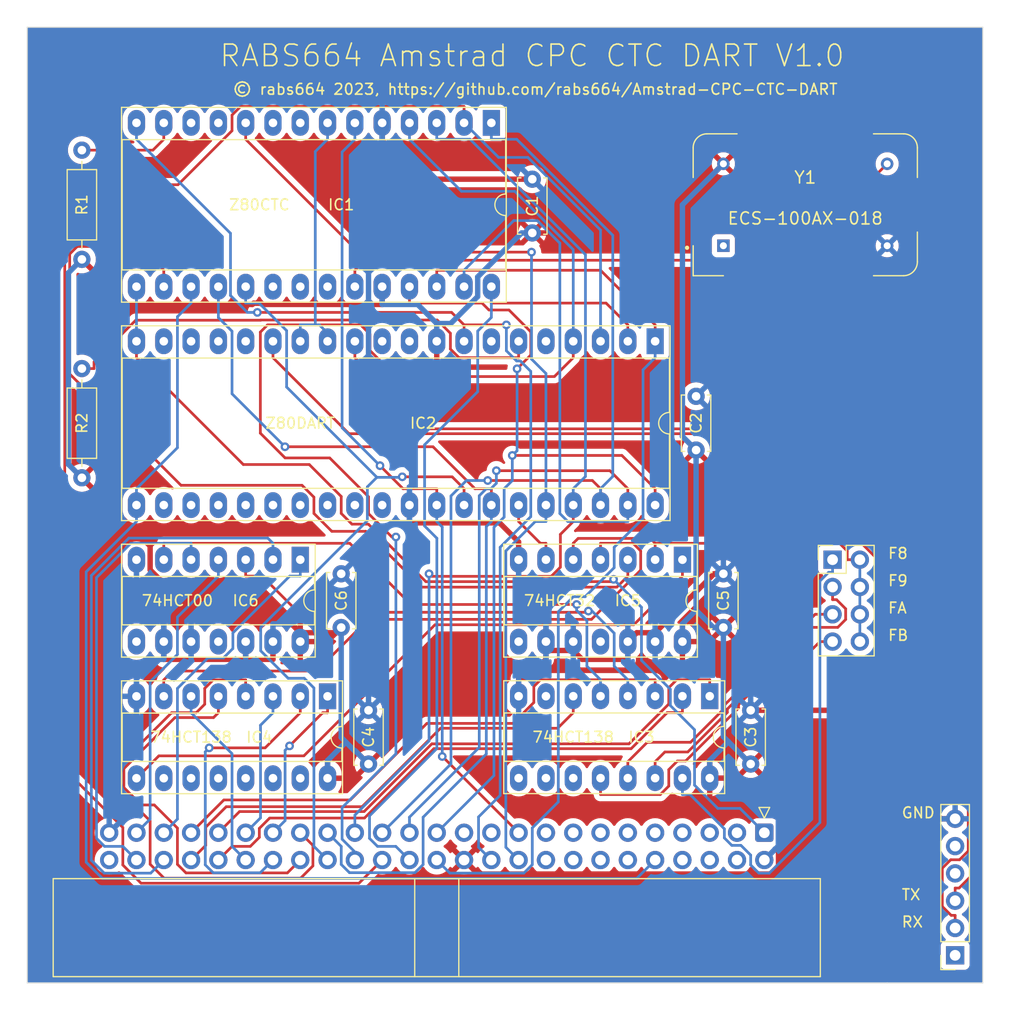
<source format=kicad_pcb>
(kicad_pcb (version 20221018) (generator pcbnew)
  (layers (0 "F.Cu" signal) (31 "B.Cu" signal) (34 "B.Paste" user) (35 "F.Paste" user) (36 "B.SilkS" user "B.Silkscreen") (37 "F.SilkS" user "F.Silkscreen") (38 "B.Mask" user) (39 "F.Mask" user) (44 "Edge.Cuts" user))
  (net 0 "")
  (net 1 "/D4")
  (net 2 "/D5")
  (net 3 "/BAUD_CLK")
  (net 5 "/D6")
  (net 6 "/D7")
  (net 7 "Net-(IC1-IEI)")
  (net 8 "/~{M1}")
  (net 10 "/CLK")
  (net 13 "/CTC_CLK")
  (net 14 "Net-(IC2-IEI)")
  (net 15 "/TX")
  (net 16 "/RX")
  (net 24 "Net-(IC3-E1)")
  (net 25 "/D0")
  (net 26 "/D1")
  (net 27 "/D2")
  (net 28 "/D3")
  (net 30 "Net-(IC3-E2)")
  (net 49 "/~{DART_CE}")
  (net 50 "GND")
  (net 58 "/~{RESET}")
  (net 66 "/~{RD}")
  (net 67 "/~{IORQ}")
  (net 70 "+5V")
  (net 71 "/A0")
  (net 72 "/A1")
  (net 73 "/A2")
  (net 74 "/A3")
  (net 75 "/A4")
  (net 76 "/A5")
  (net 77 "/A6")
  (net 78 "/A7")
  (net 79 "/A8")
  (net 80 "/A9")
  (net 81 "/A10")
  (net 82 "/A11")
  (net 83 "/A12")
  (net 84 "/A13")
  (net 85 "/A14")
  (net 86 "/A15")
  (net 88 "/E0")
  (net 89 "/F0")
  (net 90 "/F8")
  (net 91 "Net-(J3-Pin_2)")
  (net 92 "/F9")
  (net 93 "/FA")
  (net 94 "/FB")
  (net 107 "/~{CTC_CE}")
  (footprint "Capacitor_THT:C_Disc_D5.0mm_W2.5mm_P5.00mm" (layer "F.Cu") (at 114.3 110.45 90)
    (fp_text reference "C6")
    (fp_text value "100nF")
  )
  (footprint "Package_DIP:DIP-16_W7.62mm_Socket_LongPads" (layer "F.Cu") (at 113.03 116.85 -90)
    (fp_text reference "IC4")
    (fp_text value "74HCT138")
  )
  (footprint "Package_DIP:DIP-14_W7.62mm_Socket_LongPads" (layer "F.Cu") (at 146.05 104.14 -90)
    (fp_text reference "IC5")
    (fp_text value "74HCT32")
  )
  (footprint "Connector_PinSocket_2.54mm:PinSocket_1x06_P2.54mm_Vertical" (layer "F.Cu") (at 171.425 140.945 180)
    (fp_text reference "J2" hide)
    (fp_text value "Conn_01x06_Socket" hide)
  )
  (footprint "Capacitor_THT:C_Disc_D5.0mm_W2.5mm_P5.00mm" (layer "F.Cu") (at 147.32 93.94 90)
    (fp_text reference "C2")
    (fp_text value "100nF")
  )
  (footprint "Connector_PinHeader_2.54mm:PinHeader_2x04_P2.54mm_Vertical" (layer "F.Cu") (at 160.02 104.14)
    (fp_text reference "J3" hide)
    (fp_text value "Conn_02x04_Odd_Even" hide)
  )
  (footprint "Package_DIP:DIP-14_W7.62mm_Socket_LongPads" (layer "F.Cu") (at 110.49 104.14 -90)
    (fp_text reference "IC6")
    (fp_text value "74HCT00")
  )
  (footprint "Resistor_THT:R_Axial_DIN0207_L6.3mm_D2.5mm_P10.16mm_Horizontal" (layer "F.Cu") (at 90.17 96.52 90)
    (fp_text reference "R2")
    (fp_text value "10K")
  )
  (footprint "Package_DIP:DIP-28_W15.24mm_Socket_LongPads" (layer "F.Cu") (at 128.27 63.5 -90)
    (fp_text reference "IC1")
    (fp_text value "Z80CTC")
  )
  (footprint "Package_DIP:DIP-16_W7.62mm_Socket_LongPads" (layer "F.Cu") (at 148.59 116.84 -90)
    (fp_text reference "IC3")
    (fp_text value "74HCT138")
  )
  (footprint "Capacitor_THT:C_Disc_D5.0mm_W2.5mm_P5.00mm" (layer "F.Cu") (at 152.4 123.15 90)
    (fp_text reference "C3")
    (fp_text value "100nF")
  )
  (footprint "Resistor_THT:R_Axial_DIN0207_L6.3mm_D2.5mm_P10.16mm_Horizontal" (layer "F.Cu") (at 90.17 76.2 90)
    (fp_text reference "R1")
    (fp_text value "10K")
  )
  (footprint "Capacitor_THT:C_Disc_D5.0mm_W2.5mm_P5.00mm" (layer "F.Cu") (at 149.86 110.45 90)
    (fp_text reference "C5")
    (fp_text value "100nF")
  )
  (footprint "Package_DIP:DIP-40_W15.24mm_Socket_LongPads" (layer "F.Cu") (at 143.51 83.82 -90)
    (fp_text reference "IC2")
    (fp_text value "Z80DART")
  )
  (footprint "Connector_IDC:IDC-Header_2x25_P2.54mm_Horizontal" (layer "F.Cu") (at 153.67 129.54 -90)
    (fp_text reference "J1" hide)
    (fp_text value "Conn_02x25_Odd_Even" hide)
  )
  (footprint "Capacitor_THT:C_Disc_D5.0mm_W2.5mm_P5.00mm" (layer "F.Cu") (at 116.84 123.15 90)
    (fp_text reference "C4")
    (fp_text value "100nF")
  )
  (footprint "MyLibrary:OSC_ECS-100AX-018" (layer "F.Cu") (at 157.48 71.12)
    (fp_text reference "Y1")
    (fp_text value "ECS-100AX-018")
  )
  (footprint "Capacitor_THT:C_Disc_D5.0mm_W2.5mm_P5.00mm" (layer "F.Cu") (at 132.08 73.74 90)
    (fp_text reference "C1")
    (fp_text value "100nF")
  )
  (gr_line (start 85.09 54.61) (end 173.99 54.61) (stroke (width 0.1)) (layer "Edge.Cuts"))
  (gr_line (start 85.09 54.61) (end 85.09 143.51) (stroke (width 0.1)) (layer "Edge.Cuts"))
  (gr_line (start 85.09 143.51) (end 165.1 143.51) (stroke (width 0.1)) (layer "Edge.Cuts"))
  (gr_line (start 173.99 143.51) (end 173.99 54.61) (stroke (width 0.1)) (layer "Edge.Cuts"))
  (gr_line (start 165.1 143.51) (end 173.99 143.51) (stroke (width 0.1)) (layer "Edge.Cuts"))
  (gr_text "FB" (at 165.1 111.76) (layer "F.SilkS") (effects (font (size 1 1)) (justify left bottom)))
  (gr_text "RX" (at 166.37 138.43) (layer "F.SilkS") (effects (font (size 1 1)) (justify left bottom)))
  (gr_text "TX" (at 166.37 135.89) (layer "F.SilkS") (effects (font (size 1 1)) (justify left bottom)))
  (gr_text "© rabs664 2023, https://github.com/rabs664/Amstrad-CPC-CTC-DART" (at 104.14 60.96) (layer "F.SilkS") (effects (font (size 1 1)) (justify left bottom)))
  (gr_text "RABS664 Amstrad CPC CTC DART V1.0" (at 102.87 58.42) (layer "F.SilkS") (effects (font (size 2 2)) (justify left bottom)))
  (gr_text "FA" (at 165.1 109.22) (layer "F.SilkS") (effects (font (size 1 1)) (justify left bottom)))
  (gr_text "F8" (at 165.1 104.14) (layer "F.SilkS") (effects (font (size 1 1)) (justify left bottom)))
  (gr_text "GND" (at 166.37 128.27) (layer "F.SilkS") (effects (font (size 1 1)) (justify left bottom)))
  (gr_text "F9" (at 165.1 106.68) (layer "F.SilkS") (effects (font (size 1 1)) (justify left bottom)))
  (segment (start 138.43 99.06) (end 138.43 97.5331) (width 0.25) (layer "F.Cu") (net 1))
  (segment (start 138.43 97.5331) (end 137.6679 96.771) (width 0.25) (layer "F.Cu") (net 1))
  (segment (start 137.6679 96.771) (end 127.9334 96.771) (width 0.25) (layer "F.Cu") (net 1))
  (via (at 127.9334 96.771) (size 0.8) (drill 0.4) (layers "F.Cu" "B.Cu") (net 1))
  (segment (start 138.43 99.06) (end 138.43 97.5331) (width 0.25) (layer "B.Cu") (net 1))
  (segment (start 138.43 97.5331) (end 139.5694 96.3937) (width 0.25) (layer "B.Cu") (net 1))
  (segment (start 128.27 63.5) (end 128.27 65.0269) (width 0.25) (layer "B.Cu") (net 1))
  (segment (start 124.5131 123.1369) (end 124.5131 98.2084) (width 0.25) (layer "B.Cu") (net 1))
  (segment (start 127.9334 96.7711) (end 127.9334 96.771) (width 0.25) (layer "B.Cu") (net 1))
  (segment (start 124.5131 98.2084) (end 125.9504 96.7711) (width 0.25) (layer "B.Cu") (net 1))
  (segment (start 139.5694 96.3937) (end 139.5694 73.9656) (width 0.25) (layer "B.Cu") (net 1))
  (segment (start 130.6307 65.0269) (end 128.27 65.0269) (width 0.25) (layer "B.Cu") (net 1))
  (segment (start 125.9504 96.7711) (end 127.9334 96.7711) (width 0.25) (layer "B.Cu") (net 1))
  (segment (start 118.11 129.54) (end 124.5131 123.1369) (width 0.25) (layer "B.Cu") (net 1))
  (segment (start 139.5694 73.9656) (end 130.6307 65.0269) (width 0.25) (layer "B.Cu") (net 1))
  (segment (start 104.9429 61.9731) (end 104.14 62.776) (width 0.25) (layer "F.Cu") (net 2))
  (segment (start 88.5754 75.4809) (end 88.5754 123.6457) (width 0.25) (layer "F.Cu") (net 2))
  (segment (start 115.9523 134.2377) (end 118.11 132.08) (width 0.25) (layer "F.Cu") (net 2))
  (segment (start 88.5754 123.6457) (end 93.98 129.0503) (width 0.25) (layer "F.Cu") (net 2))
  (segment (start 125.73 63.5) (end 125.73 61.9731) (width 0.25) (layer "F.Cu") (net 2))
  (segment (start 93.98 132.5433) (end 95.6744 134.2377) (width 0.25) (layer "F.Cu") (net 2))
  (segment (start 104.14 62.776) (end 104.14 64.2289) (width 0.25) (layer "F.Cu") (net 2))
  (segment (start 125.73 61.9731) (end 104.9429 61.9731) (width 0.25) (layer "F.Cu") (net 2))
  (segment (start 104.14 64.2289) (end 99.1133 69.2556) (width 0.25) (layer "F.Cu") (net 2))
  (segment (start 99.1133 69.2556) (end 94.8007 69.2556) (width 0.25) (layer "F.Cu") (net 2))
  (segment (start 93.98 129.0503) (end 93.98 132.5433) (width 0.25) (layer "F.Cu") (net 2))
  (segment (start 94.8007 69.2556) (end 88.5754 75.4809) (width 0.25) (layer "F.Cu") (net 2))
  (segment (start 95.6744 134.2377) (end 115.9523 134.2377) (width 0.25) (layer "F.Cu") (net 2))
  (segment (start 125.73 63.5) (end 128.943 66.713) (width 0.25) (layer "B.Cu") (net 2))
  (segment (start 138.43 73.474) (end 138.43 82.2931) (width 0.25) (layer "B.Cu") (net 2))
  (segment (start 138.43 83.82) (end 138.43 82.2931) (width 0.25) (layer "B.Cu") (net 2))
  (segment (start 128.943 66.713) (end 131.669 66.713) (width 0.25) (layer "B.Cu") (net 2))
  (segment (start 131.669 66.713) (end 138.43 73.474) (width 0.25) (layer "B.Cu") (net 2))
  (segment (start 111.8866 82.2931) (end 110.49 82.2931) (width 0.25) (layer "B.Cu") (net 3))
  (segment (start 113.03 83.82) (end 113.03 83.0565) (width 0.25) (layer "B.Cu") (net 3))
  (segment (start 112.2666 82.2931) (end 111.8866 82.2931) (width 0.25) (layer "B.Cu") (net 3))
  (segment (start 110.49 83.82) (end 110.49 82.2931) (width 0.25) (layer "B.Cu") (net 3))
  (segment (start 111.8866 66.1703) (end 111.8866 82.2931) (width 0.25) (layer "B.Cu") (net 3))
  (segment (start 113.03 83.0565) (end 112.2666 82.2931) (width 0.25) (layer "B.Cu") (net 3))
  (segment (start 113.03 63.5) (end 113.03 65.0269) (width 0.25) (layer "B.Cu") (net 3))
  (segment (start 113.03 65.0269) (end 111.8866 66.1703) (width 0.25) (layer "B.Cu") (net 3))
  (segment (start 134.6939 104.8339) (end 133.8398 105.688) (width 0.25) (layer "F.Cu") (net 5))
  (segment (start 135.89 100.5869) (end 134.6939 101.783) (width 0.25) (layer "F.Cu") (net 5))
  (segment (start 133.8398 105.688) (end 122.7093 105.688) (width 0.25) (layer "F.Cu") (net 5))
  (segment (start 122.7093 105.688) (end 122.4723 105.451) (width 0.25) (layer "F.Cu") (net 5))
  (segment (start 134.6939 101.783) (end 134.6939 104.8339) (width 0.25) (layer "F.Cu") (net 5))
  (segment (start 135.89 99.06) (end 135.89 100.5869) (width 0.25) (layer "F.Cu") (net 5))
  (via (at 122.4723 105.451) (size 0.8) (drill 0.4) (layers "F.Cu" "B.Cu") (net 5))
  (segment (start 135.89 99.06) (end 135.89 97.5331) (width 0.25) (layer "B.Cu") (net 5))
  (segment (start 123.19 63.5) (end 123.19 65.0269) (width 0.25) (layer "B.Cu") (net 5))
  (segment (start 137.0254 96.3977) (end 137.0254 75.7605) (width 0.25) (layer "B.Cu") (net 5))
  (segment (start 126.2918 65.0269) (end 123.19 65.0269) (width 0.25) (layer "B.Cu") (net 5))
  (segment (start 115.57 129.54) (end 115.57 127.8994) (width 0.25) (layer "B.Cu") (net 5))
  (segment (start 115.57 127.8994) (end 122.4723 120.9971) (width 0.25) (layer "B.Cu") (net 5))
  (segment (start 122.4723 120.9971) (end 122.4723 105.451) (width 0.25) (layer "B.Cu") (net 5))
  (segment (start 135.89 97.5331) (end 137.0254 96.3977) (width 0.25) (layer "B.Cu") (net 5))
  (segment (start 137.0254 75.7605) (end 126.2918 65.0269) (width 0.25) (layer "B.Cu") (net 5))
  (segment (start 116.84 99.854) (end 119.0098 102.0238) (width 0.25) (layer "F.Cu") (net 6))
  (segment (start 116.9831 84.6868) (end 116.9831 83.1697) (width 0.25) (layer "F.Cu") (net 6))
  (segment (start 119.0098 102.0238) (end 119.3886 102.0238) (width 0.25) (layer "F.Cu") (net 6))
  (segment (start 135.89 83.82) (end 135.89 85.3469) (width 0.25) (layer "F.Cu") (net 6))
  (segment (start 106.776 92.3685) (end 109.0813 94.6738) (width 0.25) (layer "F.Cu") (net 6))
  (segment (start 113.2271 94.6738) (end 116.84 98.2867) (width 0.25) (layer "F.Cu") (net 6))
  (segment (start 116.9831 83.1697) (end 116.1065 82.2931) (width 0.25) (layer "F.Cu") (net 6))
  (segment (start 135.89 85.3469) (end 134.1348 87.1021) (width 0.25) (layer "F.Cu") (net 6))
  (segment (start 109.0813 94.6738) (end 113.2271 94.6738) (width 0.25) (layer "F.Cu") (net 6))
  (segment (start 106.776 82.9649) (end 106.776 92.3685) (width 0.25) (layer "F.Cu") (net 6))
  (segment (start 116.1065 82.2931) (end 107.4478 82.2931) (width 0.25) (layer "F.Cu") (net 6))
  (segment (start 107.4478 82.2931) (end 106.776 82.9649) (width 0.25) (layer "F.Cu") (net 6))
  (segment (start 119.3984 87.1021) (end 116.9831 84.6868) (width 0.25) (layer "F.Cu") (net 6))
  (segment (start 134.1348 87.1021) (end 119.3984 87.1021) (width 0.25) (layer "F.Cu") (net 6))
  (segment (start 116.84 98.2867) (end 116.84 99.854) (width 0.25) (layer "F.Cu") (net 6))
  (via (at 119.3886 102.0238) (size 0.8) (drill 0.4) (layers "F.Cu" "B.Cu") (net 6))
  (segment (start 114.3794 127.2043) (end 119.3886 122.1951) (width 0.25) (layer "B.Cu") (net 6))
  (segment (start 135.89 75.3014) (end 130.454 69.8654) (width 0.25) (layer "B.Cu") (net 6))
  (segment (start 135.89 83.82) (end 135.89 75.3014) (width 0.25) (layer "B.Cu") (net 6))
  (segment (start 119.3886 122.1951) (end 119.3886 102.0238) (width 0.25) (layer "B.Cu") (net 6))
  (segment (start 115.57 132.08) (end 115.57 131.3304) (width 0.25) (layer "B.Cu") (net 6))
  (segment (start 114.3794 130.1398) (end 114.3794 127.2043) (width 0.25) (layer "B.Cu") (net 6))
  (segment (start 115.57 131.3304) (end 114.3794 130.1398) (width 0.25) (layer "B.Cu") (net 6))
  (segment (start 125.4885 69.8654) (end 120.65 65.0269) (width 0.25) (layer "B.Cu") (net 6))
  (segment (start 120.65 63.5) (end 120.65 65.0269) (width 0.25) (layer "B.Cu") (net 6))
  (segment (start 130.454 69.8654) (end 125.4885 69.8654) (width 0.25) (layer "B.Cu") (net 6))
  (segment (start 96.7769 66.04) (end 97.79 65.0269) (width 0.25) (layer "F.Cu") (net 7))
  (segment (start 90.17 66.04) (end 96.7769 66.04) (width 0.25) (layer "F.Cu") (net 7))
  (segment (start 97.79 63.5) (end 97.79 65.0269) (width 0.25) (layer "F.Cu") (net 7))
  (segment (start 125.73 82.4065) (end 125.73 82.2946) (width 0.25) (layer "F.Cu") (net 8))
  (segment (start 125.73 82.2931) (end 129.6679 82.2931) (width 0.25) (layer "F.Cu") (net 8))
  (segment (start 106.4963 81.1339) (end 124.5708 81.1339) (width 0.25) (layer "F.Cu") (net 8))
  (segment (start 124.5708 81.1339) (end 125.73 82.2931) (width 0.25) (layer "F.Cu") (net 8))
  (segment (start 125.73 83.82) (end 125.73 82.4065) (width 0.25) (layer "F.Cu") (net 8))
  (segment (start 125.73 82.2946) (end 125.73 82.2931) (width 0.25) (layer "F.Cu") (net 8))
  (via (at 106.4963 81.1339) (size 0.8) (drill 0.4) (layers "F.Cu" "B.Cu") (net 8))
  (via (at 129.6679 82.2931) (size 0.8) (drill 0.4) (layers "F.Cu" "B.Cu") (net 8))
  (segment (start 129.6679 84.6998) (end 129.6679 82.2931) (width 0.25) (layer "B.Cu") (net 8))
  (segment (start 95.25 65.0269) (end 103.9969 73.7738) (width 0.25) (layer "B.Cu") (net 8))
  (segment (start 95.25 63.5) (end 95.25 65.0269) (width 0.25) (layer "B.Cu") (net 8))
  (segment (start 129.0925 126.0584) (end 129.0925 102.9794) (width 0.25) (layer "B.Cu") (net 8))
  (segment (start 103.9969 79.5598) (end 105.571 81.1339) (width 0.25) (layer "B.Cu") (net 8))
  (segment (start 127.0765 130.8865) (end 127.0765 128.0744) (width 0.25) (layer "B.Cu") (net 8))
  (segment (start 128.27 132.08) (end 127.0765 130.8865) (width 0.25) (layer "B.Cu") (net 8))
  (segment (start 130.6164 85.6483) (end 129.6679 84.6998) (width 0.25) (layer "B.Cu") (net 8))
  (segment (start 129.0925 102.9794) (end 131.9405 100.1314) (width 0.25) (layer "B.Cu") (net 8))
  (segment (start 130.9648 85.6483) (end 130.6164 85.6483) (width 0.25) (layer "B.Cu") (net 8))
  (segment (start 105.571 81.1339) (end 106.4963 81.1339) (width 0.25) (layer "B.Cu") (net 8))
  (segment (start 131.9405 100.1314) (end 131.9405 86.624) (width 0.25) (layer "B.Cu") (net 8))
  (segment (start 131.9405 86.624) (end 130.9648 85.6483) (width 0.25) (layer "B.Cu") (net 8))
  (segment (start 103.9969 73.7738) (end 103.9969 79.5598) (width 0.25) (layer "B.Cu") (net 8))
  (segment (start 127.0765 128.0744) (end 129.0925 126.0584) (width 0.25) (layer "B.Cu") (net 8))
  (segment (start 115.2962 100.832) (end 114.3 99.8358) (width 0.25) (layer "F.Cu") (net 10))
  (segment (start 95.25 83.82) (end 95.25 85.3469) (width 0.25) (layer "F.Cu") (net 10))
  (segment (start 114.3 99.8358) (end 114.3 98.2593) (width 0.25) (layer "F.Cu") (net 10))
  (segment (start 122.173 106.1799) (end 116.8251 100.832) (width 0.25) (layer "F.Cu") (net 10))
  (segment (start 105.1893 95.2862) (end 95.25 85.3469) (width 0.25) (layer "F.Cu") (net 10))
  (segment (start 116.8251 100.832) (end 115.2962 100.832) (width 0.25) (layer "F.Cu") (net 10))
  (segment (start 139.4274 106.1799) (end 122.173 106.1799) (width 0.25) (layer "F.Cu") (net 10))
  (segment (start 111.3269 95.2862) (end 105.1893 95.2862) (width 0.25) (layer "F.Cu") (net 10))
  (segment (start 114.3 98.2593) (end 111.3269 95.2862) (width 0.25) (layer "F.Cu") (net 10))
  (segment (start 139.6415 105.9658) (end 139.4274 106.1799) (width 0.25) (layer "F.Cu") (net 10))
  (via (at 139.6415 105.9658) (size 0.8) (drill 0.4) (layers "F.Cu" "B.Cu") (net 10))
  (segment (start 144.9231 116.1931) (end 142.24 113.51) (width 0.25) (layer "B.Cu") (net 10))
  (segment (start 144.9231 117.7068) (end 144.9231 116.1931) (width 0.25) (layer "B.Cu") (net 10))
  (segment (start 153.67 129.54) (end 151.4061 127.2761) (width 0.25) (layer "B.Cu") (net 10))
  (segment (start 147.1769 125.1123) (end 147.1769 119.9606) (width 0.25) (layer "B.Cu") (net 10))
  (segment (start 147.1769 119.9606) (end 144.9231 117.7068) (width 0.25) (layer "B.Cu") (net 10))
  (segment (start 142.24 108.5643) (end 139.6415 105.9658) (width 0.25) (layer "B.Cu") (net 10))
  (segment (start 95.25 78.74) (end 95.25 83.82) (width 0.25) (layer "B.Cu") (net 10))
  (segment (start 149.3407 127.2761) (end 147.1769 125.1123) (width 0.25) (layer "B.Cu") (net 10))
  (segment (start 151.4061 127.2761) (end 149.3407 127.2761) (width 0.25) (layer "B.Cu") (net 10))
  (segment (start 142.24 113.51) (end 142.24 108.5643) (width 0.25) (layer "B.Cu") (net 10))
  (segment (start 156.1299 76.2801) (end 116.503 76.2801) (width 0.25) (layer "F.Cu") (net 13))
  (segment (start 115.57 78.74) (end 115.57 77.2131) (width 0.25) (layer "F.Cu") (net 13))
  (segment (start 116.503 76.2801) (end 115.57 77.2131) (width 0.25) (layer "F.Cu") (net 13))
  (segment (start 165.1 67.31) (end 156.1299 76.2801) (width 0.25) (layer "F.Cu") (net 13))
  (segment (start 91.2969 85.7437) (end 95.1798 81.8608) (width 0.25) (layer "F.Cu") (net 14))
  (segment (start 125.2632 85.3469) (end 130.81 85.3469) (width 0.25) (layer "F.Cu") (net 14))
  (segment (start 95.1798 81.8608) (end 106.7974 81.8608) (width 0.25) (layer "F.Cu") (net 14))
  (segment (start 106.817 81.8412) (end 123.2279 81.8412) (width 0.25) (layer "F.Cu") (net 14))
  (segment (start 124.46 83.0733) (end 124.46 84.5437) (width 0.25) (layer "F.Cu") (net 14))
  (segment (start 91.2969 86.36) (end 91.2969 85.7437) (width 0.25) (layer "F.Cu") (net 14))
  (segment (start 90.17 86.36) (end 91.2969 86.36) (width 0.25) (layer "F.Cu") (net 14))
  (segment (start 123.2279 81.8412) (end 124.46 83.0733) (width 0.25) (layer "F.Cu") (net 14))
  (segment (start 106.7974 81.8608) (end 106.817 81.8412) (width 0.25) (layer "F.Cu") (net 14))
  (segment (start 124.46 84.5437) (end 125.2632 85.3469) (width 0.25) (layer "F.Cu") (net 14))
  (segment (start 130.81 83.82) (end 130.81 85.3469) (width 0.25) (layer "F.Cu") (net 14))
  (segment (start 171.7928 134.6881) (end 173.1395 133.3414) (width 0.25) (layer "F.Cu") (net 15))
  (segment (start 115.57 83.82) (end 115.57 85.3469) (width 0.25) (layer "F.Cu") (net 15))
  (segment (start 173.1395 112.3965) (end 152.7093 91.9663) (width 0.25) (layer "F.Cu") (net 15))
  (segment (start 171.425 134.6881) (end 171.7928 134.6881) (width 0.25) (layer "F.Cu") (net 15))
  (segment (start 173.1395 133.3414) (end 173.1395 112.3965) (width 0.25) (layer "F.Cu") (net 15))
  (segment (start 171.425 135.865) (end 171.425 134.6881) (width 0.25) (layer "F.Cu") (net 15))
  (segment (start 152.7093 91.9663) (end 122.1894 91.9663) (width 0.25) (layer "F.Cu") (net 15))
  (segment (start 122.1894 91.9663) (end 115.57 85.3469) (width 0.25) (layer "F.Cu") (net 15))
  (segment (start 170.231 136.4019) (end 171.0572 137.2281) (width 0.25) (layer "F.Cu") (net 16))
  (segment (start 107.95 83.82) (end 107.95 85.3469) (width 0.25) (layer "F.Cu") (net 16))
  (segment (start 172.6468 131.2426) (end 171.8344 132.055) (width 0.25) (layer "F.Cu") (net 16))
  (segment (start 172.6468 112.5429) (end 172.6468 131.2426) (width 0.25) (layer "F.Cu") (net 16))
  (segment (start 107.95 85.3469) (end 115.0213 92.4182) (width 0.25) (layer "F.Cu") (net 16))
  (segment (start 171.8344 132.055) (end 171.016 132.055) (width 0.25) (layer "F.Cu") (net 16))
  (segment (start 152.5221 92.4182) (end 172.6468 112.5429) (width 0.25) (layer "F.Cu") (net 16))
  (segment (start 170.231 132.84) (end 170.231 136.4019) (width 0.25) (layer "F.Cu") (net 16))
  (segment (start 115.0213 92.4182) (end 152.5221 92.4182) (width 0.25) (layer "F.Cu") (net 16))
  (segment (start 171.425 138.405) (end 171.425 137.2281) (width 0.25) (layer "F.Cu") (net 16))
  (segment (start 171.016 132.055) (end 170.231 132.84) (width 0.25) (layer "F.Cu") (net 16))
  (segment (start 171.0572 137.2281) (end 171.425 137.2281) (width 0.25) (layer "F.Cu") (net 16))
  (segment (start 105.41 105.6669) (end 106.9369 105.6669) (width 0.25) (layer "F.Cu") (net 24))
  (segment (start 105.41 104.14) (end 105.41 105.6669) (width 0.25) (layer "F.Cu") (net 24))
  (segment (start 137.1865 109.0338) (end 137.3017 108.9186) (width 0.25) (layer "F.Cu") (net 24))
  (segment (start 110.3038 109.0338) (end 137.1865 109.0338) (width 0.25) (layer "F.Cu") (net 24))
  (segment (start 106.9369 105.6669) (end 110.3038 109.0338) (width 0.25) (layer "F.Cu") (net 24))
  (via (at 137.3017 108.9186) (size 0.8) (drill 0.4) (layers "F.Cu" "B.Cu") (net 24))
  (segment (start 139.7 110.9764) (end 137.6422 108.9186) (width 0.25) (layer "B.Cu") (net 24))
  (segment (start 140.97 115.3131) (end 139.7 114.0431) (width 0.25) (layer "B.Cu") (net 24))
  (segment (start 139.7 114.0431) (end 139.7 110.9764) (width 0.25) (layer "B.Cu") (net 24))
  (segment (start 137.6422 108.9186) (end 137.3017 108.9186) (width 0.25) (layer "B.Cu") (net 24))
  (segment (start 140.97 116.84) (end 140.97 115.3131) (width 0.25) (layer "B.Cu") (net 24))
  (segment (start 120.65 78.74) (end 120.65 80.2669) (width 0.25) (layer "F.Cu") (net 25))
  (segment (start 131.9418 82.9409) (end 131.9418 85.0971) (width 0.25) (layer "F.Cu") (net 25))
  (segment (start 129.9097 80.9088) (end 131.9418 82.9409) (width 0.25) (layer "F.Cu") (net 25))
  (segment (start 127.403 80.2669) (end 128.0449 80.9088) (width 0.25) (layer "F.Cu") (net 25))
  (segment (start 130.2195 94.4414) (end 140.4183 94.4414) (width 0.25) (layer "F.Cu") (net 25))
  (segment (start 128.0449 80.9088) (end 129.9097 80.9088) (width 0.25) (layer "F.Cu") (net 25))
  (segment (start 143.51 99.06) (end 143.51 97.5331) (width 0.25) (layer "F.Cu") (net 25))
  (segment (start 120.65 80.2669) (end 127.403 80.2669) (width 0.25) (layer "F.Cu") (net 25))
  (segment (start 140.4183 94.4414) (end 143.51 97.5331) (width 0.25) (layer "F.Cu") (net 25))
  (segment (start 131.9418 85.0971) (end 130.6637 86.3752) (width 0.25) (layer "F.Cu") (net 25))
  (via (at 130.6637 86.3752) (size 0.8) (drill 0.4) (layers "F.Cu" "B.Cu") (net 25))
  (via (at 130.2195 94.4414) (size 0.8) (drill 0.4) (layers "F.Cu" "B.Cu") (net 25))
  (segment (start 130.2195 96.7772) (end 130.2195 94.4414) (width 0.25) (layer "B.Cu") (net 25))
  (segment (start 128.5123 101.1242) (end 129.4621 100.1744) (width 0.25) (layer "B.Cu") (net 25))
  (segment (start 129.4621 100.1744) (end 129.4621 97.5346) (width 0.25) (layer "B.Cu") (net 25))
  (segment (start 128.5123 124.2177) (end 128.5123 101.1242) (width 0.25) (layer "B.Cu") (net 25))
  (segment (start 130.2195 94.4414) (end 130.6637 93.9972) (width 0.25) (layer "B.Cu") (net 25))
  (segment (start 130.6637 93.9972) (end 130.6637 86.3752) (width 0.25) (layer "B.Cu") (net 25))
  (segment (start 123.19 129.54) (end 128.5123 124.2177) (width 0.25) (layer "B.Cu") (net 25))
  (segment (start 129.4621 97.5346) (end 130.2195 96.7772) (width 0.25) (layer "B.Cu") (net 25))
  (segment (start 123.19 78.74) (end 123.19 77.2131) (width 0.25) (layer "F.Cu") (net 26))
  (segment (start 143.51 83.82) (end 143.51 82.2931) (width 0.25) (layer "F.Cu") (net 26))
  (segment (start 138.43 77.2131) (end 123.19 77.2131) (width 0.25) (layer "F.Cu") (net 26))
  (segment (start 143.51 82.2931) (end 138.43 77.2131) (width 0.25) (layer "F.Cu") (net 26))
  (segment (start 135.906 107.5799) (end 134.5005 108.9854) (width 0.25) (layer "B.Cu") (net 26))
  (segment (start 124.4052 133.2952) (end 123.19 132.08) (width 0.25) (layer "B.Cu") (net 26))
  (segment (start 139.7 102.9821) (end 139.7 104.8777) (width 0.25) (layer "B.Cu") (net 26))
  (segment (start 139.7 104.8777) (end 136.9978 107.5799) (width 0.25) (layer "B.Cu") (net 26))
  (segment (start 142.3831 100.299) (end 139.7 102.9821) (width 0.25) (layer "B.Cu") (net 26))
  (segment (start 132.08 129.0923) (end 132.08 132.5085) (width 0.25) (layer "B.Cu") (net 26))
  (segment (start 134.5005 126.6718) (end 132.08 129.0923) (width 0.25) (layer "B.Cu") (net 26))
  (segment (start 134.5005 108.9854) (end 134.5005 126.6718) (width 0.25) (layer "B.Cu") (net 26))
  (segment (start 132.08 132.5085) (end 131.2933 133.2952) (width 0.25) (layer "B.Cu") (net 26))
  (segment (start 142.3831 86.4738) (end 142.3831 100.299) (width 0.25) (layer "B.Cu") (net 26))
  (segment (start 143.51 83.82) (end 143.51 85.3469) (width 0.25) (layer "B.Cu") (net 26))
  (segment (start 143.51 85.3469) (end 142.3831 86.4738) (width 0.25) (layer "B.Cu") (net 26))
  (segment (start 136.9978 107.5799) (end 135.906 107.5799) (width 0.25) (layer "B.Cu") (net 26))
  (segment (start 131.2933 133.2952) (end 124.4052 133.2952) (width 0.25) (layer "B.Cu") (net 26))
  (segment (start 140.97 99.06) (end 140.97 97.5331) (width 0.25) (layer "F.Cu") (net 27))
  (segment (start 128.7367 95.859) (end 139.2959 95.859) (width 0.25) (layer "F.Cu") (net 27))
  (segment (start 139.2959 95.859) (end 140.97 97.5331) (width 0.25) (layer "F.Cu") (net 27))
  (via (at 128.7367 95.859) (size 0.8) (drill 0.4) (layers "F.Cu" "B.Cu") (net 27))
  (segment (start 128.2311 97.5331) (end 127.8032 97.5331) (width 0.25) (layer "B.Cu") (net 27))
  (segment (start 135.3865 100.5869) (end 140.97 100.5869) (width 0.25) (layer "B.Cu") (net 27))
  (segment (start 134.6456 74.6962) (end 134.6456 99.846) (width 0.25) (layer "B.Cu") (net 27))
  (segment (start 132.5423 72.5929) (end 134.6456 74.6962) (width 0.25) (layer "B.Cu") (net 27))
  (segment (start 120.65 128.092) (end 120.65 129.54) (width 0.25) (layer "B.Cu") (net 27))
  (segment (start 127.8032 97.5331) (end 127.1431 98.1932) (width 0.25) (layer "B.Cu") (net 27))
  (segment (start 140.97 99.06) (end 140.97 100.5869) (width 0.25) (layer "B.Cu") (net 27))
  (segment (start 127.1431 121.5989) (end 120.65 128.092) (width 0.25) (layer "B.Cu") (net 27))
  (segment (start 125.73 77.2131) (end 130.3502 72.5929) (width 0.25) (layer "B.Cu") (net 27))
  (segment (start 125.73 78.74) (end 125.73 77.2131) (width 0.25) (layer "B.Cu") (net 27))
  (segment (start 130.3502 72.5929) (end 132.5423 72.5929) (width 0.25) (layer "B.Cu") (net 27))
  (segment (start 128.7367 95.859) (end 128.7367 97.0275) (width 0.25) (layer "B.Cu") (net 27))
  (segment (start 127.1431 98.1932) (end 127.1431 121.5989) (width 0.25) (layer "B.Cu") (net 27))
  (segment (start 134.6456 99.846) (end 135.3865 100.5869) (width 0.25) (layer "B.Cu") (net 27))
  (segment (start 128.7367 97.0275) (end 128.2311 97.5331) (width 0.25) (layer "B.Cu") (net 27))
  (segment (start 128.27 78.74) (end 128.27 80.2669) (width 0.25) (layer "F.Cu") (net 28))
  (segment (start 138.9438 80.2669) (end 140.97 82.2931) (width 0.25) (layer "F.Cu") (net 28))
  (segment (start 140.97 83.82) (end 140.97 82.2931) (width 0.25) (layer "F.Cu") (net 28))
  (segment (start 128.27 80.2669) (end 138.9438 80.2669) (width 0.25) (layer "F.Cu") (net 28))
  (segment (start 122.0595 93.4483) (end 126.9999 88.5079) (width 0.25) (layer "B.Cu") (net 28))
  (segment (start 117.6791 130.81) (end 116.9329 130.0638) (width 0.25) (layer "B.Cu") (net 28))
  (segment (start 116.9329 127.9716) (end 123.1992 121.7053) (width 0.25) (layer "B.Cu") (net 28))
  (segment (start 120.65 132.08) (end 119.38 130.81) (width 0.25) (layer "B.Cu") (net 28))
  (segment (start 126.9999 82.8701) (end 128.27 81.6) (width 0.25) (layer "B.Cu") (net 28))
  (segment (start 122.0595 101.0043) (end 122.0595 93.4483) (width 0.25) (layer "B.Cu") (net 28))
  (segment (start 123.1992 102.144) (end 122.0595 101.0043) (width 0.25) (layer "B.Cu") (net 28))
  (segment (start 119.38 130.81) (end 117.6791 130.81) (width 0.25) (layer "B.Cu") (net 28))
  (segment (start 128.27 81.6) (end 128.27 78.74) (width 0.25) (layer "B.Cu") (net 28))
  (segment (start 116.9329 130.0638) (end 116.9329 127.9716) (width 0.25) (layer "B.Cu") (net 28))
  (segment (start 126.9999 88.5079) (end 126.9999 82.8701) (width 0.25) (layer "B.Cu") (net 28))
  (segment (start 123.1992 121.7053) (end 123.1992 102.144) (width 0.25) (layer "B.Cu") (net 28))
  (segment (start 97.79 104.14) (end 97.79 102.6131) (width 0.25) (layer "F.Cu") (net 30))
  (segment (start 120.7901 108.3068) (end 136.207 108.3068) (width 0.25) (layer "F.Cu") (net 30))
  (segment (start 97.79 102.6131) (end 115.0964 102.6131) (width 0.25) (layer "F.Cu") (net 30))
  (segment (start 115.0964 102.6131) (end 120.7901 108.3068) (width 0.25) (layer "F.Cu") (net 30))
  (via (at 136.207 108.3068) (size 0.8) (drill 0.4) (layers "F.Cu" "B.Cu") (net 30))
  (segment (start 136.207 108.8518) (end 137.16 109.8048) (width 0.25) (layer "B.Cu") (net 30))
  (segment (start 137.16 109.8048) (end 137.16 114.0431) (width 0.25) (layer "B.Cu") (net 30))
  (segment (start 137.16 114.0431) (end 138.43 115.3131) (width 0.25) (layer "B.Cu") (net 30))
  (segment (start 136.207 108.3068) (end 136.207 108.8518) (width 0.25) (layer "B.Cu") (net 30))
  (segment (start 138.43 116.84) (end 138.43 115.3131) (width 0.25) (layer "B.Cu") (net 30))
  (segment (start 133.35 102.6131) (end 132.8362 102.6131) (width 0.25) (layer "F.Cu") (net 49))
  (segment (start 130.81 99.06) (end 130.81 100.5869) (width 0.25) (layer "F.Cu") (net 49))
  (segment (start 133.35 104.14) (end 133.35 102.6131) (width 0.25) (layer "F.Cu") (net 49))
  (segment (start 132.8362 102.6131) (end 130.81 100.5869) (width 0.25) (layer "F.Cu") (net 49))
  (segment (start 133.35 112.5859) (end 133.35 113.4119) (width 0.5) (layer "F.Cu") (net 50))
  (segment (start 136.716 113.4119) (end 135.89 112.5859) (width 0.5) (layer "F.Cu") (net 50))
  (segment (start 107.95 113.4119) (end 105.41 113.4119) (width 0.5) (layer "F.Cu") (net 50))
  (segment (start 131.5738 115.1881) (end 133.35 113.4119) (width 0.5) (layer "F.Cu") (net 50))
  (segment (start 143.51 110.934) (end 141.796 110.934) (width 0.5) (layer "F.Cu") (net 50))
  (segment (start 130.81 115.1881) (end 131.5738 115.1881) (width 0.5) (layer "F.Cu") (net 50))
  (segment (start 132.08 68.74) (end 121.6981 68.74) (width 0.5) (layer "F.Cu") (net 50))
  (segment (start 105.2341 113.4119) (end 100.33 113.4119) (width 0.5) (layer "F.Cu") (net 50))
  (segment (start 149.86 105.45) (end 148.994 105.45) (width 0.5) (layer "F.Cu") (net 50))
  (segment (start 160.0281 118.15) (end 170.1231 128.245) (width 0.5) (layer "F.Cu") (net 50))
  (segment (start 97.79 111.76) (end 97.79 113.4119) (width 0.5) (layer "F.Cu") (net 50))
  (segment (start 148.994 105.45) (end 143.51 110.934) (width 0.5) (layer "F.Cu") (net 50))
  (segment (start 129.0338 100.7119) (end 130.81 102.4881) (width 0.5) (layer "F.Cu") (net 50))
  (segment (start 105.41 113.236) (end 105.41 113.4119) (width 0.5) (layer "F.Cu") (net 50))
  (segment (start 152.4 118.15) (end 160.0281 118.15) (width 0.5) (layer "F.Cu") (net 50))
  (segment (start 105.41 113.236) (end 105.2341 113.4119) (width 0.5) (layer "F.Cu") (net 50))
  (segment (start 130.81 104.14) (end 130.81 102.4881) (width 0.5) (layer "F.Cu") (net 50))
  (segment (start 118.11 63.5) (end 118.11 65.1519) (width 0.5) (layer "F.Cu") (net 50))
  (segment (start 140.97 111.76) (end 140.97 113.4119) (width 0.5) (layer "F.Cu") (net 50))
  (segment (start 100.33 111.76) (end 100.33 113.4119) (width 0.5) (layer "F.Cu") (net 50))
  (segment (start 121.6981 68.74) (end 118.11 65.1519) (width 0.5) (layer "F.Cu") (net 50))
  (segment (start 133.35 112.5859) (end 135.89 112.5859) (width 0.5) (layer "F.Cu") (net 50))
  (segment (start 141.796 110.934) (end 140.97 111.76) (width 0.5) (layer "F.Cu") (net 50))
  (segment (start 133.35 111.76) (end 133.35 112.5859) (width 0.5) (layer "F.Cu") (net 50))
  (segment (start 130.81 116.84) (end 130.81 115.1881) (width 0.5) (layer "F.Cu") (net 50))
  (segment (start 143.51 111.76) (end 143.51 110.934) (width 0.5) (layer "F.Cu") (net 50))
  (segment (start 120.65 100.7119) (end 129.0338 100.7119) (width 0.5) (layer "F.Cu") (net 50))
  (segment (start 120.65 99.06) (end 120.65 100.7119) (width 0.5) (layer "F.Cu") (net 50))
  (segment (start 107.95 111.76) (end 107.95 113.4119) (width 0.5) (layer "F.Cu") (net 50))
  (segment (start 140.97 113.4119) (end 136.716 113.4119) (width 0.5) (layer "F.Cu") (net 50))
  (segment (start 97.79 113.4119) (end 100.33 113.4119) (width 0.5) (layer "F.Cu") (net 50))
  (segment (start 171.425 128.245) (end 170.1231 128.245) (width 0.5) (layer "F.Cu") (net 50))
  (segment (start 135.89 111.76) (end 135.89 112.5859) (width 0.5) (layer "F.Cu") (net 50))
  (segment (start 105.41 111.76) (end 105.41 113.236) (width 0.5) (layer "F.Cu") (net 50))
  (segment (start 118.11 63.5) (end 118.11 65.1519) (width 0.5) (layer "B.Cu") (net 50))
  (segment (start 120.65 100.7119) (end 119.0381 100.7119) (width 0.5) (layer "B.Cu") (net 50))
  (segment (start 152.4 118.15) (end 154.9729 120.7229) (width 0.5) (layer "B.Cu") (net 50))
  (segment (start 152.4 107.99) (end 149.86 105.45) (width 0.5) (layer "B.Cu") (net 50))
  (segment (start 97.0362 113.4119) (end 95.25 115.1981) (width 0.5) (layer "B.Cu") (net 50))
  (segment (start 152.4 118.15) (end 152.4 107.99) (width 0.5) (layer "B.Cu") (net 50))
  (segment (start 97.79 111.76) (end 97.79 110.1081) (width 0.5) (layer "B.Cu") (net 50))
  (segment (start 107.95 110.1081) (end 109.6419 110.1081) (width 0.5) (layer "B.Cu") (net 50))
  (segment (start 120.65 98.6265) (end 120.65 97.4081) (width 0.5) (layer "B.Cu") (net 50))
  (segment (start 149.86 91.48) (end 149.205 90.825) (width 0.5) (layer "B.Cu") (net 50))
  (segment (start 120.65 99.06) (end 120.65 100.7119) (width 0.5) (layer "B.Cu") (net 50))
  (segment (start 95.25 116.85) (end 95.25 115.1981) (width 0.5) (layer "B.Cu") (net 50))
  (segment (start 165.1 74.93) (end 149.205 90.825) (width 0.5) (layer "B.Cu") (net 50))
  (segment (start 112.7042 107.0458) (end 114.3 105.45) (width 0.5) (layer "B.Cu") (net 50))
  (segment (start 116.84 91.844) (end 116.84 66.4219) (width 0.5) (layer "B.Cu") (net 50))
  (segment (start 119.0381 100.7119) (end 114.3 105.45) (width 0.5) (layer "B.Cu") (net 50))
  (segment (start 109.6419 110.1081) (end 112.7042 107.0458) (width 0.5) (layer "B.Cu") (net 50))
  (segment (start 149.205 90.825) (end 147.32 88.94) (width 0.5) (layer "B.Cu") (net 50))
  (segment (start 95.25 107.5681) (end 97.79 110.1081) (width 0.5) (layer "B.Cu") (net 50))
  (segment (start 149.86 105.45) (end 149.86 91.48) (width 0.5) (layer "B.Cu") (net 50))
  (segment (start 154.9729 130.7771) (end 153.67 132.08) (width 0.5) (layer "B.Cu") (net 50))
  (segment (start 116.84 111.1817) (end 116.84 118.15) (width 0.5) (layer "B.Cu") (net 50))
  (segment (start 116.84 66.4219) (end 118.11 65.1519) (width 0.5) (layer "B.Cu") (net 50))
  (segment (start 133.35 111.76) (end 133.35 108.3319) (width 0.5) (layer "B.Cu") (net 50))
  (segment (start 133.35 108.3319) (end 130.81 105.7919) (width 0.5) (layer "B.Cu") (net 50))
  (segment (start 107.95 111.76) (end 107.95 110.1081) (width 0.5) (layer "B.Cu") (net 50))
  (segment (start 120.8478 97.2103) (end 120.8478 95.8518) (width 0.5) (layer "B.Cu") (net 50))
  (segment (start 95.25 116.85) (end 95.25 118.5019) (width 0.5) (layer "B.Cu") (net 50))
  (segment (start 120.65 97.4081) (end 120.8478 97.2103) (width 0.5) (layer "B.Cu") (net 50))
  (segment (start 112.7042 107.0458) (end 116.84 111.1817) (width 0.5) (layer "B.Cu") (net 50))
  (segment (start 97.79 113.4119) (end 97.0362 113.4119) (width 0.5) (layer "B.Cu") (net 50))
  (segment (start 154.9729 120.7229) (end 154.9729 130.7771) (width 0.5) (layer "B.Cu") (net 50))
  (segment (start 120.65 98.6265) (end 120.65 99.06) (width 0.5) (layer "B.Cu") (net 50))
  (segment (start 120.8478 95.8518) (end 116.84 91.844) (width 0.5) (layer "B.Cu") (net 50))
  (segment (start 97.79 111.76) (end 97.79 113.4119) (width 0.5) (layer "B.Cu") (net 50))
  (segment (start 92.71 129.54) (end 92.71 121.0419) (width 0.5) (layer "B.Cu") (net 50))
  (segment (start 92.71 121.0419) (end 95.25 118.5019) (width 0.5) (layer "B.Cu") (net 50))
  (segment (start 130.81 104.14) (end 130.81 105.7919) (width 0.5) (layer "B.Cu") (net 50))
  (segment (start 95.25 104.14) (end 95.25 107.5681) (width 0.5) (layer "B.Cu") (net 50))
  (segment (start 141.7958 133.7942) (end 92.0805 133.7942) (width 0.25) (layer "B.Cu") (net 58))
  (segment (start 100.33 78.74) (end 100.33 80.2669) (width 0.25) (layer "B.Cu") (net 58))
  (segment (start 99.06 93.7231) (end 95.25 97.5331) (width 0.25) (layer "B.Cu") (net 58))
  (segment (start 99.06 81.5369) (end 99.06 93.7231) (width 0.25) (layer "B.Cu") (net 58))
  (segment (start 90.5676 132.2813) (end 90.5676 105.2693) (width 0.25) (layer "B.Cu") (net 58))
  (segment (start 95.25 99.06) (end 95.25 100.5869) (width 0.25) (layer "B.Cu") (net 58))
  (segment (start 90.5676 105.2693) (end 95.25 100.5869) (width 0.25) (layer "B.Cu") (net 58))
  (segment (start 143.51 132.08) (end 141.7958 133.7942) (width 0.25) (layer "B.Cu") (net 58))
  (segment (start 92.0805 133.7942) (end 90.5676 132.2813) (width 0.25) (layer "B.Cu") (net 58))
  (segment (start 95.25 99.06) (end 95.25 97.5331) (width 0.25) (layer "B.Cu") (net 58))
  (segment (start 100.33 80.2669) (end 99.06 81.5369) (width 0.25) (layer "B.Cu") (net 58))
  (segment (start 123.7186 122.4486) (end 123.6989 122.4486) (width 0.25) (layer "F.Cu") (net 66))
  (segment (start 120.0481 97.5331) (end 117.9083 95.3933) (width 0.25) (layer "F.Cu") (net 66))
  (segment (start 123.19 99.06) (end 123.19 97.5331) (width 0.25) (layer "F.Cu") (net 66))
  (segment (start 123.19 97.5331) (end 120.0481 97.5331) (width 0.25) (layer "F.Cu") (net 66))
  (segment (start 130.81 129.54) (end 123.7186 122.4486) (width 0.25) (layer "F.Cu") (net 66))
  (via (at 117.9083 95.3933) (size 0.8) (drill 0.4) (layers "F.Cu" "B.Cu") (net 66))
  (via (at 123.6989 122.4486) (size 0.8) (drill 0.4) (layers "F.Cu" "B.Cu") (net 66))
  (segment (start 123.19 100.5869) (end 123.6989 101.0958) (width 0.25) (layer "B.Cu") (net 66))
  (segment (start 115.57 63.5) (end 115.57 65.0269) (width 0.25) (layer "B.Cu") (net 66))
  (segment (start 115.57 65.0269) (end 114.3794 66.2175) (width 0.25) (layer "B.Cu") (net 66))
  (segment (start 114.3794 91.8644) (end 117.9083 95.3933) (width 0.25) (layer "B.Cu") (net 66))
  (segment (start 123.6989 101.0958) (end 123.6989 122.4486) (width 0.25) (layer "B.Cu") (net 66))
  (segment (start 114.3794 66.2175) (end 114.3794 91.8644) (width 0.25) (layer "B.Cu") (net 66))
  (segment (start 123.19 99.06) (end 123.19 100.5869) (width 0.25) (layer "B.Cu") (net 66))
  (segment (start 115.9095 75.5264) (end 132.0076 75.5264) (width 0.25) (layer "F.Cu") (net 67))
  (segment (start 105.41 63.5) (end 105.41 65.0269) (width 0.25) (layer "F.Cu") (net 67))
  (segment (start 105.41 65.0269) (end 115.9095 75.5264) (width 0.25) (layer "F.Cu") (net 67))
  (via (at 132.0076 75.5264) (size 0.8) (drill 0.4) (layers "F.Cu" "B.Cu") (net 67))
  (segment (start 129.6179 130.8879) (end 129.6179 103.3243) (width 0.25) (layer "B.Cu") (net 67))
  (segment (start 132.3553 100.5869) (end 133.35 100.5869) (width 0.25) (layer "B.Cu") (net 67))
  (segment (start 132.0076 85.4741) (end 132.0076 75.5264) (width 0.25) (layer "B.Cu") (net 67))
  (segment (start 133.35 86.8165) (end 132.0076 85.4741) (width 0.25) (layer "B.Cu") (net 67))
  (segment (start 133.35 99.06) (end 133.35 97.5331) (width 0.25) (layer "B.Cu") (net 67))
  (segment (start 133.35 99.06) (end 133.35 100.5869) (width 0.25) (layer "B.Cu") (net 67))
  (segment (start 133.35 97.5331) (end 133.35 86.8165) (width 0.25) (layer "B.Cu") (net 67))
  (segment (start 129.6179 103.3243) (end 132.3553 100.5869) (width 0.25) (layer "B.Cu") (net 67))
  (segment (start 130.81 132.08) (end 129.6179 130.8879) (width 0.25) (layer "B.Cu") (net 67))
  (segment (start 106.0336 80.3919) (end 94.3619 80.3919) (width 0.5) (layer "F.Cu") (net 70))
  (segment (start 154.9863 132.6244) (end 154.2282 133.3825) (width 0.5) (layer "F.Cu") (net 70))
  (segment (start 94.3619 80.3919) (end 90.17 76.2) (width 0.5) (layer "F.Cu") (net 70))
  (segment (start 149.86 67.31) (end 143.43 73.74) (width 0.5) (layer "F.Cu") (net 70))
  (segment (start 106.8492 80.282) (end 106.1435 80.282) (width 0.5) (layer "F.Cu") (net 70))
  (segment (start 90.17 96.52) (end 96.52 102.87) (width 0.5) (layer "F.Cu") (net 70))
  (segment (start 152.4 123.15) (end 154.9863 125.7363) (width 0.5) (layer "F.Cu") (net 70))
  (segment (start 106.1435 80.282) (end 106.0336 80.3919) (width 0.5) (layer "F.Cu") (net 70))
  (segment (start 154.2282 133.3825) (end 127.0325 133.3825) (width 0.5) (layer "F.Cu") (net 70))
  (segment (start 143.43 73.74) (end 132.08 73.74) (width 0.5) (layer "F.Cu") (net 70))
  (segment (start 127.0325 133.3825) (end 125.73 132.08) (width 0.5) (layer "F.Cu") (net 70))
  (segment (start 118.11 80.3919) (end 106.9591 80.3919) (width 0.5) (layer "F.Cu") (net 70))
  (segment (start 118.11 78.74) (end 118.11 80.3919) (width 0.5) (layer "F.Cu") (net 70))
  (segment (start 109.1546 109.5986) (end 110.49 110.934) (width 0.5) (layer "F.Cu") (net 70))
  (segment (start 106.9591 80.3919) (end 106.8492 80.282) (width 0.5) (layer "F.Cu") (net 70))
  (segment (start 96.52 102.87) (end 96.52 105.0811) (width 0.5) (layer "F.Cu") (net 70))
  (segment (start 154.9863 125.7363) (end 154.9863 132.6244) (width 0.5) (layer "F.Cu") (net 70))
  (segment (start 110.49 110.934) (end 113.816 110.934) (width 0.5) (layer "F.Cu") (net 70))
  (segment (start 101.0375 109.5986) (end 109.1546 109.5986) (width 0.5) (layer "F.Cu") (net 70))
  (segment (start 113.816 110.934) (end 114.3 110.45) (width 0.5) (layer "F.Cu") (net 70))
  (segment (start 110.49 111.76) (end 110.49 110.934) (width 0.5) (layer "F.Cu") (net 70))
  (segment (start 96.52 105.0811) (end 101.0375 109.5986) (width 0.5) (layer "F.Cu") (net 70))
  (segment (start 88.9178 77.4522) (end 88.9178 95.2678) (width 0.5) (layer "B.Cu") (net 70))
  (segment (start 127 79.6559) (end 124.4878 82.1681) (width 0.5) (layer "B.Cu") (net 70))
  (segment (start 148.9319 110.45) (end 149.86 110.45) (width 0.5) (layer "B.Cu") (net 70))
  (segment (start 121.4138 80.3919) (end 123.19 82.1681) (width 0.5) (layer "B.Cu") (net 70))
  (segment (start 146.05 111.76) (end 146.05 110.1081) (width 0.5) (layer "B.Cu") (net 70))
  (segment (start 132.08 73.74) (end 131.0883 73.74) (width 0.5) (layer "B.Cu") (net 70))
  (segment (start 146.05 110.1081) (end 147.32 108.8381) (width 0.5) (layer "B.Cu") (net 70))
  (segment (start 147.32 108.8381) (end 148.9319 110.45) (width 0.5) (layer "B.Cu") (net 70))
  (segment (start 90.17 76.2) (end 88.9178 77.4522) (width 0.5) (layer "B.Cu") (net 70))
  (segment (start 118.11 80.3919) (end 121.4138 80.3919) (width 0.5) (layer "B.Cu") (net 70))
  (segment (start 124.4878 82.1681) (end 123.19 82.1681) (width 0.5) (layer "B.Cu") (net 70))
  (segment (start 150.3241 121.074) (end 148.59 122.8081) (width 0.5) (layer "B.Cu") (net 70))
  (segment (start 149.86 120.61) (end 150.3241 121.074) (width 0.5) (layer "B.Cu") (net 70))
  (segment (start 115.5618 121.9382) (end 114.7359 121.1122) (width 0.5) (layer "B.Cu") (net 70))
  (segment (start 148.59 124.46) (end 148.59 122.8081) (width 0.5) (layer "B.Cu") (net 70))
  (segment (start 118.11 78.74) (end 118.11 80.3919) (width 0.5) (layer "B.Cu") (net 70))
  (segment (start 131.0883 73.74) (end 127 77.8283) (width 0.5) (layer "B.Cu") (net 70))
  (segment (start 146.0503 71.1197) (end 146.0503 92.6703) (width 0.5) (layer "B.Cu") (net 70))
  (segment (start 88.9178 95.2678) (end 90.17 96.52) (width 0.5) (layer "B.Cu") (net 70))
  (segment (start 123.19 83.82) (end 123.19 82.1681) (width 0.5) (layer "B.Cu") (net 70))
  (segment (start 150.3241 121.074) (end 152.4 123.15) (width 0.5) (layer "B.Cu") (net 70))
  (segment (start 113.03 122.8181) (end 114.7359 121.1122) (width 0.5) (layer "B.Cu") (net 70))
  (segment (start 115.6282 121.9382) (end 115.5618 121.9382) (width 0.5) (layer "B.Cu") (net 70))
  (segment (start 114.3 120.6764) (end 114.3 110.45) (width 0.5) (layer "B.Cu") (net 70))
  (segment (start 113.03 124.47) (end 113.03 122.8181) (width 0.5) (layer "B.Cu") (net 70))
  (segment (start 147.32 108.8381) (end 147.32 93.94) (width 0.5) (layer "B.Cu") (net 70))
  (segment (start 146.0503 92.6703) (end 147.32 93.94) (width 0.5) (layer "B.Cu") (net 70))
  (segment (start 114.7359 121.1122) (end 114.3 120.6764) (width 0.5) (layer "B.Cu") (net 70))
  (segment (start 116.84 123.15) (end 115.6282 121.9382) (width 0.5) (layer "B.Cu") (net 70))
  (segment (start 127 77.8283) (end 127 79.6559) (width 0.5) (layer "B.Cu") (net 70))
  (segment (start 149.86 67.31) (end 146.0503 71.1197) (width 0.5) (layer "B.Cu") (net 70))
  (segment (start 149.86 110.45) (end 149.86 120.61) (width 0.5) (layer "B.Cu") (net 70))
  (segment (start 128.27 97.5331) (end 126.7431 97.5331) (width 0.25) (layer "F.Cu") (net 71))
  (segment (start 122.8416 93.6316) (end 109.0672 93.6316) (width 0.25) (layer "F.Cu") (net 71))
  (segment (start 126.7431 97.5331) (end 122.8416 93.6316) (width 0.25) (layer "F.Cu") (net 71))
  (segment (start 128.27 99.06) (end 128.27 97.5331) (width 0.25) (layer "F.Cu") (net 71))
  (via (at 109.0672 93.6316) (size 0.8) (drill 0.4) (layers "F.Cu" "B.Cu") (net 71))
  (segment (start 114.3019 132.4932) (end 114.3019 130.8119) (width 0.25) (layer "B.Cu") (net 71))
  (segment (start 104.1401 82.8882) (end 104.1401 88.7045) (width 0.25) (layer "B.Cu") (net 71))
  (segment (start 128.27 100.5869) (end 127.8016 101.0553) (width 0.25) (layer "B.Cu") (net 71))
  (segment (start 115.066 133.2573) (end 114.3019 132.4932) (width 0.25) (layer "B.Cu") (net 71))
  (segment (start 102.87 78.74) (end 102.87 81.6181) (width 0.25) (layer "B.Cu") (net 71))
  (segment (start 121.92 128.1001) (end 121.92 132.5016) (width 0.25) (layer "B.Cu") (net 71))
  (segment (start 102.87 81.6181) (end 104.1401 82.8882) (width 0.25) (layer "B.Cu") (net 71))
  (segment (start 128.27 99.06) (end 128.27 100.5869) (width 0.25) (layer "B.Cu") (net 71))
  (segment (start 127.8016 122.2185) (end 121.92 128.1001) (width 0.25) (layer "B.Cu") (net 71))
  (segment (start 121.92 132.5016) (end 121.1643 133.2573) (width 0.25) (layer "B.Cu") (net 71))
  (segment (start 104.1401 88.7045) (end 109.0672 93.6316) (width 0.25) (layer "B.Cu") (net 71))
  (segment (start 121.1643 133.2573) (end 115.066 133.2573) (width 0.25) (layer "B.Cu") (net 71))
  (segment (start 127.8016 101.0553) (end 127.8016 122.2185) (width 0.25) (layer "B.Cu") (net 71))
  (segment (start 114.3019 130.8119) (end 113.03 129.54) (width 0.25) (layer "B.Cu") (net 71))
  (segment (start 124.6257 96.4288) (end 119.9796 96.4288) (width 0.25) (layer "F.Cu") (net 72))
  (segment (start 125.73 99.06) (end 125.73 97.5331) (width 0.25) (layer "F.Cu") (net 72))
  (segment (start 125.73 97.5331) (end 124.6257 96.4288) (width 0.25) (layer "F.Cu") (net 72))
  (via (at 119.9796 96.4288) (size 0.8) (drill 0.4) (layers "F.Cu" "B.Cu") (net 72))
  (segment (start 119.9315 96.4769) (end 119.9796 96.4288) (width 0.25) (layer "B.Cu") (net 72))
  (segment (start 105.41 78.74) (end 105.41 80.2669) (width 0.25) (layer "B.Cu") (net 72))
  (segment (start 110.8611 115.173) (end 111.76 116.0719) (width 0.25) (layer "B.Cu") (net 72))
  (segment (start 106.6573 80.2669) (end 105.41 80.2669) (width 0.25) (layer "B.Cu") (net 72))
  (segment (start 116.7323 97.3633) (end 116.7323 100.5072) (width 0.25) (layer "B.Cu") (net 72))
  (segment (start 117.6187 96.4769) (end 119.9315 96.4769) (width 0.25) (layer "B.Cu") (net 72))
  (segment (start 109.22 82.8296) (end 106.6573 80.2669) (width 0.25) (layer "B.Cu") (net 72))
  (segment (start 109.3628 115.173) (end 110.8611 115.173) (width 0.25) (layer "B.Cu") (net 72))
  (segment (start 106.8074 112.6176) (end 109.3628 115.173) (width 0.25) (layer "B.Cu") (net 72))
  (segment (start 111.76 130.81) (end 113.03 132.08) (width 0.25) (layer "B.Cu") (net 72))
  (segment (start 117.6187 96.4769) (end 116.7323 97.3633) (width 0.25) (layer "B.Cu") (net 72))
  (segment (start 117.6187 96.4769) (end 109.22 88.0782) (width 0.25) (layer "B.Cu") (net 72))
  (segment (start 106.8074 110.4321) (end 106.8074 112.6176) (width 0.25) (layer "B.Cu") (net 72))
  (segment (start 116.7323 100.5072) (end 106.8074 110.4321) (width 0.25) (layer "B.Cu") (net 72))
  (segment (start 109.22 88.0782) (end 109.22 82.8296) (width 0.25) (layer "B.Cu") (net 72))
  (segment (start 111.76 116.0719) (end 111.76 130.81) (width 0.25) (layer "B.Cu") (net 72))
  (segment (start 105.41 116.85) (end 105.41 115.3231) (width 0.25) (layer "F.Cu") (net 73))
  (segment (start 101.6 117.5869) (end 101.6 116.1113) (width 0.25) (layer "F.Cu") (net 73))
  (segment (start 101.6 116.1113) (end 102.3882 115.3231) (width 0.25) (layer "F.Cu") (net 73))
  (segment (start 96.52 128.4425) (end 93.5989 125.5214) (width 0.25) (layer "F.Cu") (net 73))
  (segment (start 96.52 132.4747) (end 96.52 128.4425) (width 0.25) (layer "F.Cu") (net 73))
  (segment (start 111.6669 132.623) (end 110.5207 133.7692) (width 0.25) (layer "F.Cu") (net 73))
  (segment (start 102.3882 115.3231) (end 105.41 115.3231) (width 0.25) (layer "F.Cu") (net 73))
  (segment (start 110.49 129.54) (end 111.6669 130.7169) (width 0.25) (layer "F.Cu") (net 73))
  (segment (start 93.5989 123.2959) (end 98.5179 118.3769) (width 0.25) (layer "F.Cu") (net 73))
  (segment (start 111.6669 130.7169) (end 111.6669 132.623) (width 0.25) (layer "F.Cu") (net 73))
  (segment (start 110.5207 133.7692) (end 97.8145 133.7692) (width 0.25) (layer "F.Cu") (net 73))
  (segment (start 98.5179 118.3769) (end 100.81 118.3769) (width 0.25) (layer "F.Cu") (net 73))
  (segment (start 100.81 118.3769) (end 101.6 117.5869) (width 0.25) (layer "F.Cu") (net 73))
  (segment (start 93.5989 125.5214) (end 93.5989 123.2959) (width 0.25) (layer "F.Cu") (net 73))
  (segment (start 97.8145 133.7692) (end 96.52 132.4747) (width 0.25) (layer "F.Cu") (net 73))
  (segment (start 110.49 132.08) (end 109.2917 133.2783) (width 0.25) (layer "F.Cu") (net 74))
  (segment (start 99.06 132.4822) (end 99.06 129.1088) (width 0.25) (layer "F.Cu") (net 74))
  (segment (start 102.87 116.85) (end 102.87 118.3769) (width 0.25) (layer "F.Cu") (net 74))
  (segment (start 99.06 129.1088) (end 96.9088 126.9576) (width 0.25) (layer "F.Cu") (net 74))
  (segment (start 95.6979 126.9576) (end 94.0785 125.3382) (width 0.25) (layer "F.Cu") (net 74))
  (segment (start 98.8246 118.8288) (end 102.4181 118.8288) (width 0.25) (layer "F.Cu") (net 74))
  (segment (start 94.0785 125.3382) (end 94.0785 123.5749) (width 0.25) (layer "F.Cu") (net 74))
  (segment (start 102.4181 118.8288) (end 102.87 118.3769) (width 0.25) (layer "F.Cu") (net 74))
  (segment (start 94.0785 123.5749) (end 98.8246 118.8288) (width 0.25) (layer "F.Cu") (net 74))
  (segment (start 99.8561 133.2783) (end 99.06 132.4822) (width 0.25) (layer "F.Cu") (net 74))
  (segment (start 109.2917 133.2783) (end 99.8561 133.2783) (width 0.25) (layer "F.Cu") (net 74))
  (segment (start 96.9088 126.9576) (end 95.6979 126.9576) (width 0.25) (layer "F.Cu") (net 74))
  (segment (start 112.5791 118.3769) (end 113.03 118.3769) (width 0.25) (layer "F.Cu") (net 75))
  (segment (start 113.03 116.85) (end 113.03 118.3769) (width 0.25) (layer "F.Cu") (net 75))
  (segment (start 109.492 121.464) (end 112.5791 118.3769) (width 0.25) (layer "F.Cu") (net 75))
  (via (at 109.492 121.464) (size 0.8) (drill 0.4) (layers "F.Cu" "B.Cu") (net 75))
  (segment (start 109.0769 128.4131) (end 109.0769 121.8791) (width 0.25) (layer "B.Cu") (net 75))
  (segment (start 107.95 129.54) (end 109.0769 128.4131) (width 0.25) (layer "B.Cu") (net 75))
  (segment (start 109.0769 121.8791) (end 109.492 121.464) (width 0.25) (layer "B.Cu") (net 75))
  (segment (start 110.49 118.3769) (end 107.2211 121.6458) (width 0.25) (layer "F.Cu") (net 76))
  (segment (start 107.2211 121.6458) (end 102.0164 121.6458) (width 0.25) (layer "F.Cu") (net 76))
  (segment (start 110.49 116.85) (end 110.49 118.3769) (width 0.25) (layer "F.Cu") (net 76))
  (via (at 102.0164 121.6458) (size 0.8) (drill 0.4) (layers "F.Cu" "B.Cu") (net 76))
  (segment (start 106.7606 133.2694) (end 102.392 133.2694) (width 0.25) (layer "B.Cu") (net 76))
  (segment (start 107.95 132.08) (end 106.7606 133.2694) (width 0.25) (layer "B.Cu") (net 76))
  (segment (start 102.392 133.2694) (end 101.652 132.5294) (width 0.25) (layer "B.Cu") (net 76))
  (segment (start 101.652 132.5294) (end 101.652 122.0102) (width 0.25) (layer "B.Cu") (net 76))
  (segment (start 101.652 122.0102) (end 102.0164 121.6458) (width 0.25) (layer "B.Cu") (net 76))
  (segment (start 106.7887 119.5382) (end 107.95 118.3769) (width 0.25) (layer "B.Cu") (net 77))
  (segment (start 106.7887 128.1613) (end 106.7887 119.5382) (width 0.25) (layer "B.Cu") (net 77))
  (segment (start 105.41 129.54) (end 106.7887 128.1613) (width 0.25) (layer "B.Cu") (net 77))
  (segment (start 107.95 116.85) (end 107.95 118.3769) (width 0.25) (layer "B.Cu") (net 77))
  (segment (start 105.41 132.08) (end 104.14 130.81) (width 0.25) (layer "B.Cu") (net 78))
  (segment (start 100.33 116.85) (end 100.33 118.3769) (width 0.25) (layer "B.Cu") (net 78))
  (segment (start 104.14 130.81) (end 104.14 122.1869) (width 0.25) (layer "B.Cu") (net 78))
  (segment (start 104.14 122.1869) (end 100.33 118.3769) (width 0.25) (layer "B.Cu") (net 78))
  (segment (start 144.78 117.5661) (end 141.0763 121.2698) (width 0.25) (layer "F.Cu") (net 79))
  (segment (start 122.7309 121.2698) (end 116.4304 127.5703) (width 0.25) (layer "F.Cu") (net 79))
  (segment (start 145.5139 115.3131) (end 144.78 116.047) (width 0.25) (layer "F.Cu") (net 79))
  (segment (start 144.78 116.047) (end 144.78 117.5661) (width 0.25) (layer "F.Cu") (net 79))
  (segment (start 116.4304 127.5703) (end 104.8397 127.5703) (width 0.25) (layer "F.Cu") (net 79))
  (segment (start 141.0763 121.2698) (end 122.7309 121.2698) (width 0.25) (layer "F.Cu") (net 79))
  (segment (start 148.59 115.3131) (end 145.5139 115.3131) (width 0.25) (layer "F.Cu") (net 79))
  (segment (start 104.8397 127.5703) (end 102.87 129.54) (width 0.25) (layer "F.Cu") (net 79))
  (segment (start 148.59 116.84) (end 148.59 115.3131) (width 0.25) (layer "F.Cu") (net 79))
  (segment (start 106.68 129.1358) (end 106.68 129.9709) (width 0.25) (layer "F.Cu") (net 80))
  (segment (start 146.05 118.3669) (end 144.6301 118.3669) (width 0.25) (layer "F.Cu") (net 80))
  (segment (start 107.6399 128.1759) (end 106.68 129.1358) (width 0.25) (layer "F.Cu") (net 80))
  (segment (start 141.2753 121.7217) (end 122.9181 121.7217) (width 0.25) (layer "F.Cu") (net 80))
  (segment (start 116.4639 128.1759) (end 107.6399 128.1759) (width 0.25) (layer "F.Cu") (net 80))
  (segment (start 146.05 116.84) (end 146.05 118.3669) (width 0.25) (layer "F.Cu") (net 80))
  (segment (start 122.9181 121.7217) (end 116.4639 128.1759) (width 0.25) (layer "F.Cu") (net 80))
  (segment (start 144.6301 118.3669) (end 141.2753 121.7217) (width 0.25) (layer "F.Cu") (net 80))
  (segment (start 105.8409 130.81) (end 104.14 130.81) (width 0.25) (layer "F.Cu") (net 80))
  (segment (start 106.68 129.9709) (end 105.8409 130.81) (width 0.25) (layer "F.Cu") (net 80))
  (segment (start 104.14 130.81) (end 102.87 132.08) (width 0.25) (layer "F.Cu") (net 80))
  (segment (start 103.379 126.491) (end 115.1487 126.491) (width 0.25) (layer "F.Cu") (net 81))
  (segment (start 122.2704 119.3693) (end 130.2796 119.3693) (width 0.25) (layer "F.Cu") (net 81))
  (segment (start 132.2231 115.9354) (end 132.8454 115.3131) (width 0.25) (layer "F.Cu") (net 81))
  (segment (start 130.2796 119.3693) (end 132.2231 117.4258) (width 0.25) (layer "F.Cu") (net 81))
  (segment (start 100.33 129.54) (end 103.379 126.491) (width 0.25) (layer "F.Cu") (net 81))
  (segment (start 132.8454 115.3131) (end 143.51 115.3131) (width 0.25) (layer "F.Cu") (net 81))
  (segment (start 143.51 116.84) (end 143.51 115.3131) (width 0.25) (layer "F.Cu") (net 81))
  (segment (start 132.2231 117.4258) (end 132.2231 115.9354) (width 0.25) (layer "F.Cu") (net 81))
  (segment (start 115.1487 126.491) (end 122.2704 119.3693) (width 0.25) (layer "F.Cu") (net 81))
  (segment (start 101.6931 129.0258) (end 103.6005 127.1184) (width 0.25) (layer "F.Cu") (net 82))
  (segment (start 100.33 132.08) (end 101.6931 130.7169) (width 0.25) (layer "F.Cu") (net 82))
  (segment (start 101.6931 130.7169) (end 101.6931 129.0258) (width 0.25) (layer "F.Cu") (net 82))
  (segment (start 135.89 116.84) (end 135.89 118.3669) (width 0.25) (layer "F.Cu") (net 82))
  (segment (start 123.5404 119.8212) (end 134.4357 119.8212) (width 0.25) (layer "F.Cu") (net 82))
  (segment (start 116.2432 127.1184) (end 123.5404 119.8212) (width 0.25) (layer "F.Cu") (net 82))
  (segment (start 134.4357 119.8212) (end 135.89 118.3669) (width 0.25) (layer "F.Cu") (net 82))
  (segment (start 103.6005 127.1184) (end 116.2432 127.1184) (width 0.25) (layer "F.Cu") (net 82))
  (segment (start 101.8871 113.2869) (end 103.3368 113.2869) (width 0.25) (layer "B.Cu") (net 83))
  (segment (start 97.79 129.54) (end 99.06 128.27) (width 0.25) (layer "B.Cu") (net 83))
  (segment (start 103.3368 113.2869) (end 104.222 112.4017) (width 0.25) (layer "B.Cu") (net 83))
  (segment (start 110.49 104.14) (end 110.49 105.6669) (width 0.25) (layer "B.Cu") (net 83))
  (segment (start 104.222 112.4017) (end 104.222 110.9489) (width 0.25) (layer "B.Cu") (net 83))
  (segment (start 109.504 105.6669) (end 110.49 105.6669) (width 0.25) (layer "B.Cu") (net 83))
  (segment (start 99.06 116.114) (end 101.8871 113.2869) (width 0.25) (layer "B.Cu") (net 83))
  (segment (start 104.222 110.9489) (end 109.504 105.6669) (width 0.25) (layer "B.Cu") (net 83))
  (segment (start 99.06 128.27) (end 99.06 116.114) (width 0.25) (layer "B.Cu") (net 83))
  (segment (start 94.539 102.1305) (end 107.4674 102.1305) (width 0.25) (layer "B.Cu") (net 84))
  (segment (start 107.4674 102.1305) (end 107.95 102.6131) (width 0.25) (layer "B.Cu") (net 84))
  (segment (start 92.2465 133.3003) (end 91.0478 132.1016) (width 0.25) (layer "B.Cu") (net 84))
  (segment (start 91.0478 132.1016) (end 91.0478 105.6217) (width 0.25) (layer "B.Cu") (net 84))
  (segment (start 97.79 132.08) (end 96.5697 133.3003) (width 0.25) (layer "B.Cu") (net 84))
  (segment (start 96.5697 133.3003) (end 92.2465 133.3003) (width 0.25) (layer "B.Cu") (net 84))
  (segment (start 107.95 104.14) (end 107.95 102.6131) (width 0.25) (layer "B.Cu") (net 84))
  (segment (start 91.0478 105.6217) (end 94.539 102.1305) (width 0.25) (layer "B.Cu") (net 84))
  (segment (start 99.06 109.4769) (end 102.87 105.6669) (width 0.25) (layer "B.Cu") (net 85))
  (segment (start 99.06 112.9578) (end 99.06 109.4769) (width 0.25) (layer "B.Cu") (net 85))
  (segment (start 96.52 115.4978) (end 99.06 112.9578) (width 0.25) (layer "B.Cu") (net 85))
  (segment (start 102.87 104.14) (end 102.87 105.6669) (width 0.25) (layer "B.Cu") (net 85))
  (segment (start 95.25 129.54) (end 96.52 128.27) (width 0.25) (layer "B.Cu") (net 85))
  (segment (start 96.52 128.27) (end 96.52 115.4978) (width 0.25) (layer "B.Cu") (net 85))
  (segment (start 92.2795 130.81) (end 91.5277 130.0582) (width 0.25) (layer "B.Cu") (net 86))
  (segment (start 91.5277 105.8123) (end 94.7269 102.6131) (width 0.25) (layer "B.Cu") (net 86))
  (segment (start 100.33 104.14) (end 100.33 102.6131) (width 0.25) (layer "B.Cu") (net 86))
  (segment (start 91.5277 130.0582) (end 91.5277 105.8123) (width 0.25) (layer "B.Cu") (net 86))
  (segment (start 93.98 130.81) (end 92.2795 130.81) (width 0.25) (layer "B.Cu") (net 86))
  (segment (start 94.7269 102.6131) (end 100.33 102.6131) (width 0.25) (layer "B.Cu") (net 86))
  (segment (start 95.25 132.08) (end 93.98 130.81) (width 0.25) (layer "B.Cu") (net 86))
  (segment (start 95.25 124.47) (end 97.3306 122.3894) (width 0.25) (layer "F.Cu") (net 88))
  (segment (start 146.05 104.14) (end 146.05 105.6669) (width 0.25) (layer "F.Cu") (net 88))
  (segment (start 141.5257 110.1912) (end 146.05 105.6669) (width 0.25) (layer "F.Cu") (net 88))
  (segment (start 123.0237 110.1912) (end 141.5257 110.1912) (width 0.25) (layer "F.Cu") (net 88))
  (segment (start 97.3306 122.3894) (end 110.8255 122.3894) (width 0.25) (layer "F.Cu") (net 88))
  (segment (start 110.8255 122.3894) (end 123.0237 110.1912) (width 0.25) (layer "F.Cu") (net 88))
  (segment (start 137.5861 109.6915) (end 116.8129 109.6915) (width 0.25) (layer "F.Cu") (net 89))
  (segment (start 112.0078 114.4966) (end 98.6165 114.4966) (width 0.25) (layer "F.Cu") (net 89))
  (segment (start 138.43 104.14) (end 138.43 102.6131) (width 0.25) (layer "F.Cu") (net 89))
  (segment (start 141.4518 102.6131) (end 142.1661 103.3274) (width 0.25) (layer "F.Cu") (net 89))
  (segment (start 98.6165 114.4966) (end 97.79 115.3231) (width 0.25) (layer "F.Cu") (net 89))
  (segment (start 97.79 116.85) (end 97.79 115.3231) (width 0.25) (layer "F.Cu") (net 89))
  (segment (start 116.8129 109.6915) (end 112.0078 114.4966) (width 0.25) (layer "F.Cu") (net 89))
  (segment (start 142.1661 103.3274) (end 142.1661 105.1115) (width 0.25) (layer "F.Cu") (net 89))
  (segment (start 138.43 102.6131) (end 141.4518 102.6131) (width 0.25) (layer "F.Cu") (net 89))
  (segment (start 142.1661 105.1115) (end 137.5861 109.6915) (width 0.25) (layer "F.Cu") (net 89))
  (segment (start 146.05 124.46) (end 146.05 125.9869) (width 0.25) (layer "B.Cu") (net 90))
  (segment (start 152.3995 132.5416) (end 152.3995 131.6205) (width 0.25) (layer "B.Cu") (net 90))
  (segment (start 160.02 104.14) (end 160.02 105.3169) (width 0.25) (layer "B.Cu") (net 90))
  (segment (start 153.159 133.3011) (end 152.3995 132.5416) (width 0.25) (layer "B.Cu") (net 90))
  (segment (start 158.8431 106.1259) (end 158.8431 128.5926) (width 0.25) (layer "B.Cu") (net 90))
  (segment (start 149.9531 129.1818) (end 146.7582 125.9869) (width 0.25) (layer "B.Cu") (net 90))
  (segment (start 159.6521 105.3169) (end 158.8431 106.1259) (width 0.25) (layer "B.Cu") (net 90))
  (segment (start 160.02 105.3169) (end 159.6521 105.3169) (width 0.25) (layer "B.Cu") (net 90))
  (segment (start 154.1346 133.3011) (end 153.159 133.3011) (width 0.25) (layer "B.Cu") (net 90))
  (segment (start 151.4959 130.7169) (end 150.6426 130.7169) (width 0.25) (layer "B.Cu") (net 90))
  (segment (start 158.8431 128.5926) (end 154.1346 133.3011) (width 0.25) (layer "B.Cu") (net 90))
  (segment (start 150.6426 130.7169) (end 149.9531 130.0274) (width 0.25) (layer "B.Cu") (net 90))
  (segment (start 152.3995 131.6205) (end 151.4959 130.7169) (width 0.25) (layer "B.Cu") (net 90))
  (segment (start 149.9531 130.0274) (end 149.9531 129.1818) (width 0.25) (layer "B.Cu") (net 90))
  (segment (start 146.7582 125.9869) (end 146.05 125.9869) (width 0.25) (layer "B.Cu") (net 90))
  (segment (start 161.3831 103.3309) (end 160.6653 102.6131) (width 0.25) (layer "F.Cu") (net 91))
  (segment (start 162.56 104.14) (end 161.3831 104.14) (width 0.25) (layer "F.Cu") (net 91))
  (segment (start 161.3831 104.14) (end 161.3831 103.3309) (width 0.25) (layer "F.Cu") (net 91))
  (segment (start 160.6653 102.6131) (end 143.51 102.6131) (width 0.25) (layer "F.Cu") (net 91))
  (segment (start 136.3434 102.1597) (end 135.89 102.6131) (width 0.25) (layer "F.Cu") (net 91))
  (segment (start 135.89 104.14) (end 135.89 102.6131) (width 0.25) (layer "F.Cu") (net 91))
  (segment (start 143.51 104.14) (end 143.51 102.6131) (width 0.25) (layer "F.Cu") (net 91))
  (segment (start 143.0566 102.1597) (end 136.3434 102.1597) (width 0.25) (layer "F.Cu") (net 91))
  (segment (start 143.51 102.6131) (end 143.0566 102.1597) (width 0.25) (layer "F.Cu") (net 91))
  (segment (start 162.56 109.22) (end 162.56 106.68) (width 0.25) (layer "B.Cu") (net 91))
  (segment (start 162.56 106.68) (end 162.56 104.14) (width 0.25) (layer "B.Cu") (net 91))
  (segment (start 162.56 111.76) (end 162.56 109.22) (width 0.25) (layer "B.Cu") (net 91))
  (segment (start 157.8251 110.4359) (end 151.6884 116.5726) (width 0.25) (layer "F.Cu") (net 92))
  (segment (start 150.2264 118.0346) (end 150.2264 118.3459) (width 0.25) (layer "F.Cu") (net 92))
  (segment (start 151.6884 116.5726) (end 151.6884 116.5727) (width 0.25) (layer "F.Cu") (net 92))
  (segment (start 146.5444 122.0279) (end 144.4152 122.0279) (width 0.25) (layer "F.Cu") (net 92))
  (segment (start 150.2264 118.3459) (end 146.5444 122.0279) (width 0.25) (layer "F.Cu") (net 92))
  (segment (start 160.505 110.4359) (end 157.8251 110.4359) (width 0.25) (layer "F.Cu") (net 92))
  (segment (start 160.3878 107.8569) (end 161.2376 108.7067) (width 0.25) (layer "F.Cu") (net 92))
  (segment (start 160.02 106.68) (end 160.02 107.8569) (width 0.25) (layer "F.Cu") (net 92))
  (segment (start 151.6883 116.5727) (end 150.2264 118.0346) (width 0.25) (layer "F.Cu") (net 92))
  (segment (start 151.6884 116.5727) (end 151.6883 116.5727) (width 0.25) (layer "F.Cu") (net 92))
  (segment (start 161.2376 109.7033) (end 160.505 110.4359) (width 0.25) (layer "F.Cu") (net 92))
  (segment (start 160.02 107.8569) (end 160.3878 107.8569) (width 0.25) (layer "F.Cu") (net 92))
  (segment (start 144.4152 122.0279) (end 143.51 122.9331) (width 0.25) (layer "F.Cu") (net 92))
  (segment (start 161.2376 108.7067) (end 161.2376 109.7033) (width 0.25) (layer "F.Cu") (net 92))
  (segment (start 143.51 124.46) (end 143.51 122.9331) (width 0.25) (layer "F.Cu") (net 92))
  (segment (start 149.7745 118.1534) (end 146.8023 121.1256) (width 0.25) (layer "F.Cu") (net 93))
  (segment (start 149.7745 117.8474) (end 149.7745 118.1534) (width 0.25) (layer "F.Cu") (net 93))
  (segment (start 160.02 109.22) (end 158.8431 109.22) (width 0.25) (layer "F.Cu") (net 93))
  (segment (start 146.8023 121.1256) (end 142.7775 121.1256) (width 0.25) (layer "F.Cu") (net 93))
  (segment (start 158.4019 109.22) (end 149.7745 117.8474) (width 0.25) (layer "F.Cu") (net 93))
  (segment (start 158.8431 109.22) (end 158.4019 109.22) (width 0.25) (layer "F.Cu") (net 93))
  (segment (start 140.97 124.46) (end 140.97 122.9331) (width 0.25) (layer "F.Cu") (net 93))
  (segment (start 142.7775 121.1256) (end 140.97 122.9331) (width 0.25) (layer "F.Cu") (net 93))
  (segment (start 144.78 125.1974) (end 144.78 123.671) (width 0.25) (layer "F.Cu") (net 94))
  (segment (start 138.43 124.46) (end 138.43 125.9869) (width 0.25) (layer "F.Cu") (net 94))
  (segment (start 146.3457 122.8657) (end 151.2731 117.9383) (width 0.25) (layer "F.Cu") (net 94))
  (segment (start 138.43 125.9869) (end 143.9905 125.9869) (width 0.25) (layer "F.Cu") (net 94))
  (segment (start 143.9905 125.9869) (end 144.78 125.1974) (width 0.25) (layer "F.Cu") (net 94))
  (segment (start 154.0739 116.5292) (end 158.8431 111.76) (width 0.25) (layer "F.Cu") (net 94))
  (segment (start 152.3709 116.5293) (end 152.3709 116.5292) (width 0.25) (layer "F.Cu") (net 94))
  (segment (start 160.02 111.76) (end 158.8431 111.76) (width 0.25) (layer "F.Cu") (net 94))
  (segment (start 144.78 123.671) (end 145.5853 122.8657) (width 0.25) (layer "F.Cu") (net 94))
  (segment (start 151.2731 117.627) (end 151.2732 117.627) (width 0.25) (layer "F.Cu") (net 94))
  (segment (start 151.2732 117.627) (end 152.3709 116.5293) (width 0.25) (layer "F.Cu") (net 94))
  (segment (start 151.2731 117.9383) (end 151.2731 117.627) (width 0.25) (layer "F.Cu") (net 94))
  (segment (start 152.3709 116.5292) (end 154.0739 116.5292) (width 0.25) (layer "F.Cu") (net 94))
  (segment (start 145.5853 122.8657) (end 146.3457 122.8657) (width 0.25) (layer "F.Cu") (net 94))
  (segment (start 113.4252 101.4996) (end 116.5871 101.4996) (width 0.25) (layer "F.Cu") (net 107))
  (segment (start 97.79 77.2131) (end 95.5764 74.9995) (width 0.25) (layer "F.Cu") (net 107))
  (segment (start 89.7374 74.9995) (end 89.036 75.7009) (width 0.25) (layer "F.Cu") (net 107))
  (segment (start 121.7802 106.6927) (end 139.9442 106.6927) (width 0.25) (layer "F.Cu") (net 107))
  (segment (start 111.76 98.3252) (end 111.76 99.8344) (width 0.25) (layer "F.Cu") (net 107))
  (segment (start 111.76 99.8344) (end 113.4252 101.4996) (width 0.25) (layer "F.Cu") (net 107))
  (segment (start 97.79 78.74) (end 97.79 77.2131) (width 0.25) (layer "F.Cu") (net 107))
  (segment (start 89.036 86.8636) (end 99.3904 97.218) (width 0.25) (layer "F.Cu") (net 107))
  (segment (start 99.3904 97.218) (end 110.6528 97.218) (width 0.25) (layer "F.Cu") (net 107))
  (segment (start 139.9442 106.6927) (end 140.97 105.6669) (width 0.25) (layer "F.Cu") (net 107))
  (segment (start 116.5871 101.4996) (end 121.7802 106.6927) (width 0.25) (layer "F.Cu") (net 107))
  (segment (start 89.036 75.7009) (end 89.036 86.8636) (width 0.25) (layer "F.Cu") (net 107))
  (segment (start 140.97 104.14) (end 140.97 105.6669) (width 0.25) (layer "F.Cu") (net 107))
  (segment (start 110.6528 97.218) (end 111.76 98.3252) (width 0.25) (layer "F.Cu") (net 107))
  (segment (start 95.5764 74.9995) (end 89.7374 74.9995) (width 0.25) (layer "F.Cu") (net 107))
  (zone (net 70) (net_name "+5V") (layer "F.Cu") (priority 1) (connect_pads (clearance 0.5)) (min_thickness 0.25) (fill yes (thermal_gap 0.5) (thermal_bridge_width 0.5))
    (polygon (pts (xy 82.55 52.07) (xy 82.55 147.32) (xy 176.53 147.32) (xy 176.53 52.07)))
  )
  (zone (net 50) (net_name "GND") (layer "B.Cu") (connect_pads (clearance 0.5)) (min_thickness 0.25) (fill yes (thermal_gap 0.5) (thermal_bridge_width 0.5))
    (polygon (pts (xy 83.82 53.34) (xy 83.82 146.05) (xy 175.26 146.05) (xy 175.26 53.34)))
  )
)
</source>
